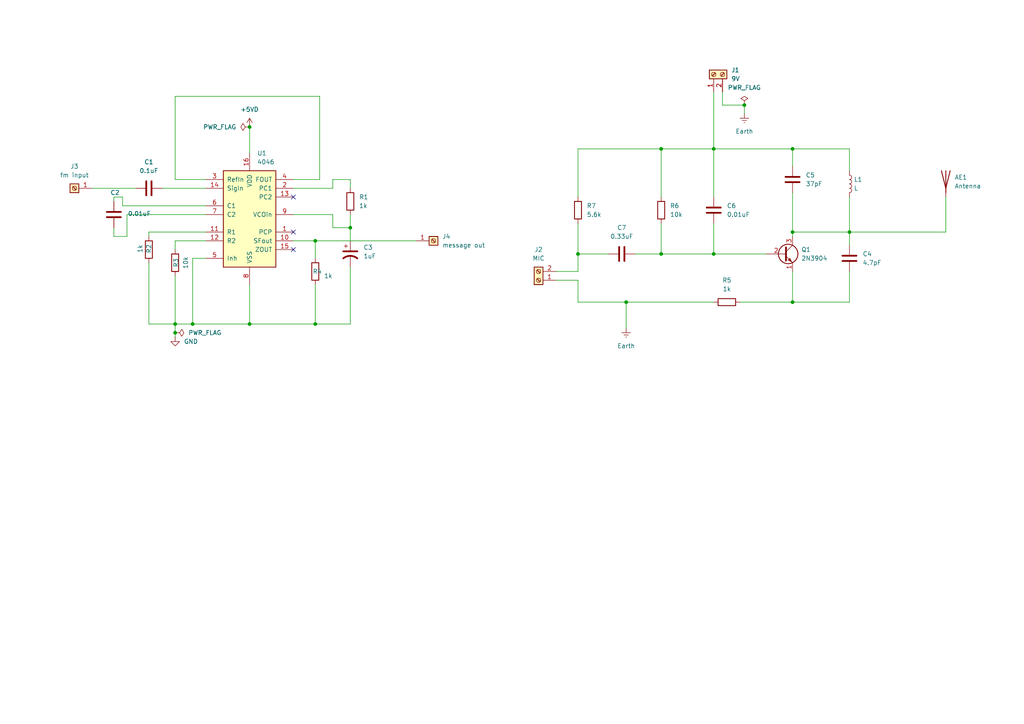
<source format=kicad_sch>
(kicad_sch (version 20231120) (generator "eeschema") (generator_version "8.0")
  (paper "A4")
  (lib_symbols
    (symbol "4xxx:4046" (pin_names (offset 1.016))
      (property "Reference" "U" (at -7.62 13.97 0))
      (property "Value" "4046" (at -7.62 -16.51 0))
      (symbol "4046_1_0"
        (pin output line (at 12.7 -5.08 180) (length 5.08) (name "PCP") (number "1"))
        (pin output line (at 12.7 -7.62 180) (length 5.08) (name "SFout") (number "10"))
        (pin input line (at -12.7 -5.08 0) (length 5.08) (name "R1") (number "11"))
        (pin input line (at -12.7 -7.62 0) (length 5.08) (name "R2") (number "12"))
        (pin tri_state line (at 12.7 5.08 180) (length 5.08) (name "PC2") (number "13"))
        (pin input line (at -12.7 7.62 0) (length 5.08) (name "SigIn") (number "14"))
        (pin output line (at 12.7 -10.16 180) (length 5.08) (name "ZOUT") (number "15"))
        (pin power_in line (at 0 17.78 270) (length 5.08) (name "VDD") (number "16"))
        (pin output line (at 12.7 7.62 180) (length 5.08) (name "PC1") (number "2"))
        (pin input line (at -12.7 10.16 0) (length 5.08) (name "RefIn") (number "3"))
        (pin output line (at 12.7 10.16 180) (length 5.08) (name "FOUT") (number "4"))
        (pin input line (at -12.7 -12.7 0) (length 5.08) (name "Inh") (number "5"))
        (pin input line (at -12.7 2.54 0) (length 5.08) (name "C1") (number "6"))
        (pin input line (at -12.7 0 0) (length 5.08) (name "C2") (number "7"))
        (pin power_in line (at 0 -20.32 90) (length 5.08) (name "VSS") (number "8"))
        (pin input line (at 12.7 0 180) (length 5.08) (name "VCOin") (number "9"))
      )
      (symbol "4046_1_1"
        (rectangle (start -7.62 12.7) (end 7.62 -15.24) (stroke (width 0.254)) (fill (type background)))
      )
    )
    (symbol "Connector:Screw_Terminal_01x01" (pin_names (offset 1.016) hide)
      (property "Reference" "J" (at 0 2.54 0))
      (property "Value" "Screw_Terminal_01x01" (at 0 -2.54 0))
      (symbol "Screw_Terminal_01x01_1_1"
        (rectangle (start -1.27 1.27) (end 1.27 -1.27) (stroke (width 0.254)) (fill (type background)))
        (polyline (pts (xy -0.5334 0.3302) (xy 0.3302 -0.508)) (stroke (width 0.1524)))
        (polyline (pts (xy -0.3556 0.508) (xy 0.508 -0.3302)) (stroke (width 0.1524)))
        (circle (center 0 0) (radius 0.635) (stroke (width 0.1524)))
        (pin passive line (at -5.08 0 0) (length 3.81) (name "Pin_1") (number "1"))
      )
    )
    (symbol "Connector:Screw_Terminal_01x02" (pin_names (offset 1.016) hide)
      (property "Reference" "J" (at 0 2.54 0))
      (property "Value" "Screw_Terminal_01x02" (at 0 -5.08 0))
      (symbol "Screw_Terminal_01x02_1_1"
        (rectangle (start -1.27 1.27) (end 1.27 -3.81) (stroke (width 0.254)) (fill (type background)))
        (circle (center 0 -2.54) (radius 0.635) (stroke (width 0.1524)))
        (polyline (pts (xy -0.5334 -2.2098) (xy 0.3302 -3.048)) (stroke (width 0.1524)))
        (polyline (pts (xy -0.5334 0.3302) (xy 0.3302 -0.508)) (stroke (width 0.1524)))
        (polyline (pts (xy -0.3556 -2.032) (xy 0.508 -2.8702)) (stroke (width 0.1524)))
        (polyline (pts (xy -0.3556 0.508) (xy 0.508 -0.3302)) (stroke (width 0.1524)))
        (circle (center 0 0) (radius 0.635) (stroke (width 0.1524)))
        (pin passive line (at -5.08 0 0) (length 3.81) (name "Pin_1") (number "1"))
        (pin passive line (at -5.08 -2.54 0) (length 3.81) (name "Pin_2") (number "2"))
      )
    )
    (symbol "Device:Antenna" (pin_numbers hide) (pin_names (offset 1.016) hide)
      (property "Reference" "AE" (at -1.905 1.905 0))
      (property "Value" "Antenna" (at -1.905 0 0))
      (symbol "Antenna_0_1"
        (polyline (pts (xy 0 2.54) (xy 0 -3.81)) (stroke (width 0.254)))
        (polyline (pts (xy 1.27 2.54) (xy 0 -2.54) (xy -1.27 2.54)) (stroke (width 0.254)))
      )
      (symbol "Antenna_1_1"
        (pin input line (at 0 -5.08 90) (length 2.54) (name "A") (number "1"))
      )
    )
    (symbol "Device:C" (pin_numbers hide) (pin_names (offset 0.254))
      (property "Reference" "C" (at 0.635 2.54 0))
      (property "Value" "C" (at 0.635 -2.54 0))
      (symbol "C_0_1"
        (polyline (pts (xy -2.032 -0.762) (xy 2.032 -0.762)) (stroke (width 0.508)))
        (polyline (pts (xy -2.032 0.762) (xy 2.032 0.762)) (stroke (width 0.508)))
      )
      (symbol "C_1_1"
        (pin passive line (at 0 3.81 270) (length 2.794) (name "~") (number "1"))
        (pin passive line (at 0 -3.81 90) (length 2.794) (name "~") (number "2"))
      )
    )
    (symbol "Device:C_Polarized_US" (pin_numbers hide) (pin_names (offset 0.254) hide)
      (property "Reference" "C" (at 0.635 2.54 0))
      (property "Value" "C_Polarized_US" (at 0.635 -2.54 0))
      (symbol "C_Polarized_US_0_1"
        (polyline (pts (xy -2.032 0.762) (xy 2.032 0.762)) (stroke (width 0.508)))
        (polyline (pts (xy -1.778 2.286) (xy -0.762 2.286)))
        (polyline (pts (xy -1.27 1.778) (xy -1.27 2.794)))
        (arc (start 2.032 -1.27) (mid 0 -0.5572) (end -2.032 -1.27) (stroke (width 0.508)))
      )
      (symbol "C_Polarized_US_1_1"
        (pin passive line (at 0 3.81 270) (length 2.794) (name "~") (number "1"))
        (pin passive line (at 0 -3.81 90) (length 3.302) (name "~") (number "2"))
      )
    )
    (symbol "Device:L" (pin_numbers hide) (pin_names (offset 1.016) hide)
      (property "Reference" "L" (at -1.27 0 90))
      (property "Value" "L" (at 1.905 0 90))
      (symbol "L_0_1"
        (arc (start 0 -2.54) (mid 0.6323 -1.905) (end 0 -1.27))
        (arc (start 0 -1.27) (mid 0.6323 -0.635) (end 0 0))
        (arc (start 0 0) (mid 0.6323 0.635) (end 0 1.27))
        (arc (start 0 1.27) (mid 0.6323 1.905) (end 0 2.54))
      )
      (symbol "L_1_1"
        (pin passive line (at 0 3.81 270) (length 1.27) (name "1") (number "1"))
        (pin passive line (at 0 -3.81 90) (length 1.27) (name "2") (number "2"))
      )
    )
    (symbol "Device:R" (pin_numbers hide) (pin_names (offset 0))
      (property "Reference" "R" (at 2.032 0 90))
      (property "Value" "R" (at 0 0 90))
      (symbol "R_0_1"
        (rectangle (start -1.016 -2.54) (end 1.016 2.54) (stroke (width 0.254)))
      )
      (symbol "R_1_1"
        (pin passive line (at 0 3.81 270) (length 1.27) (name "~") (number "1"))
        (pin passive line (at 0 -3.81 90) (length 1.27) (name "~") (number "2"))
      )
    )
    (symbol "Transistor_BJT:2N3904" (pin_names (offset 0) hide)
      (property "Reference" "Q" (at 5.08 1.905 0))
      (property "Value" "2N3904" (at 5.08 0 0))
      (symbol "2N3904_0_1"
        (polyline (pts (xy 0.635 0.635) (xy 2.54 2.54)))
        (polyline (pts (xy 0.635 -0.635) (xy 2.54 -2.54) (xy 2.54 -2.54)))
        (polyline (pts (xy 0.635 1.905) (xy 0.635 -1.905) (xy 0.635 -1.905)) (stroke (width 0.508)))
        (polyline (pts (xy 1.27 -1.778) (xy 1.778 -1.27) (xy 2.286 -2.286) (xy 1.27 -1.778) (xy 1.27 -1.778)) (fill (type outline)))
        (circle (center 1.27 0) (radius 2.8194) (stroke (width 0.254)))
      )
      (symbol "2N3904_1_1"
        (pin passive line (at 2.54 -5.08 90) (length 2.54) (name "E") (number "1"))
        (pin passive line (at -5.08 0 0) (length 5.715) (name "B") (number "2"))
        (pin passive line (at 2.54 5.08 270) (length 2.54) (name "C") (number "3"))
      )
    )
    (symbol "power:+5VD" (power) (pin_numbers hide) (pin_names (offset 0) hide)
      (property "Value" "+5VD" (at 0 3.556 0))
      (symbol "+5VD_0_1"
        (polyline (pts (xy -0.762 1.27) (xy 0 2.54)))
        (polyline (pts (xy 0 0) (xy 0 2.54)))
        (polyline (pts (xy 0 2.54) (xy 0.762 1.27)))
      )
      (symbol "+5VD_1_1"
        (pin power_in line (at 0 0 90) (length 0) (name "~") (number "1"))
      )
    )
    (symbol "power:Earth" (power) (pin_numbers hide) (pin_names (offset 0) hide)
      (property "Value" "Earth" (at 0 -3.81 0))
      (symbol "Earth_0_1"
        (polyline (pts (xy -0.635 -1.905) (xy 0.635 -1.905)))
        (polyline (pts (xy -0.127 -2.54) (xy 0.127 -2.54)))
        (polyline (pts (xy 0 -1.27) (xy 0 0)))
        (polyline (pts (xy 1.27 -1.27) (xy -1.27 -1.27)))
      )
      (symbol "Earth_1_1"
        (pin power_in line (at 0 0 270) (length 0) (name "~") (number "1"))
      )
    )
    (symbol "power:GND" (power) (pin_numbers hide) (pin_names (offset 0) hide)
      (property "Value" "GND" (at 0 -3.81 0))
      (symbol "GND_0_1"
        (polyline (pts (xy 0 0) (xy 0 -1.27) (xy 1.27 -1.27) (xy 0 -2.54) (xy -1.27 -1.27) (xy 0 -1.27)))
      )
      (symbol "GND_1_1"
        (pin power_in line (at 0 0 270) (length 0) (name "~") (number "1"))
      )
    )
    (symbol "power:PWR_FLAG" (power) (pin_numbers hide) (pin_names (offset 0) hide)
      (property "Value" "PWR_FLAG" (at 0 3.81 0))
      (symbol "PWR_FLAG_0_0"
        (pin power_out line (at 0 0 90) (length 0) (name "~") (number "1"))
      )
      (symbol "PWR_FLAG_0_1"
        (polyline (pts (xy 0 0) (xy 0 1.27) (xy -1.016 1.905) (xy 0 2.54) (xy 1.016 1.905) (xy 0 1.27)))
      )
    )
  )
  (junction (at 191.77 43.18))
  (junction (at 207.01 73.66))
  (junction (at 246.38 67.31))
  (junction (at 101.6 66.04))
  (junction (at 191.77 73.66))
  (junction (at 181.61 87.63))
  (junction (at 72.39 93.98))
  (junction (at 207.01 43.18))
  (junction (at 50.8 96.52))
  (junction (at 50.8 93.98))
  (junction (at 55.88 93.98))
  (junction (at 229.87 43.18))
  (junction (at 215.9 30.48))
  (junction (at 72.39 36.83))
  (junction (at 91.44 93.98))
  (junction (at 167.64 73.66))
  (junction (at 229.87 67.31))
  (junction (at 91.44 69.85))
  (junction (at 229.87 87.63))
  (no_connect (at 85.09 67.31))
  (no_connect (at 85.09 57.15))
  (no_connect (at 85.09 72.39))
  (wire (pts (xy 50.8 80.01) (xy 50.8 93.98)))
  (wire (pts (xy 101.6 77.47) (xy 101.6 93.98)))
  (wire (pts (xy 229.87 67.31) (xy 246.38 67.31)))
  (wire (pts (xy 43.18 76.2) (xy 43.18 93.98)))
  (wire (pts (xy 274.32 57.15) (xy 274.32 67.31)))
  (wire (pts (xy 33.02 68.58) (xy 33.02 66.04)))
  (wire (pts (xy 26.67 54.61) (xy 39.37 54.61)))
  (wire (pts (xy 229.87 87.63) (xy 246.38 87.63)))
  (wire (pts (xy 55.88 93.98) (xy 72.39 93.98)))
  (wire (pts (xy 181.61 87.63) (xy 207.01 87.63)))
  (wire (pts (xy 167.64 43.18) (xy 191.77 43.18)))
  (wire (pts (xy 215.9 30.48) (xy 215.9 33.02)))
  (wire (pts (xy 33.02 57.15) (xy 33.02 58.42)))
  (wire (pts (xy 209.55 26.67) (xy 209.55 30.48)))
  (wire (pts (xy 161.29 81.28) (xy 167.64 81.28)))
  (wire (pts (xy 101.6 52.07) (xy 101.6 54.61)))
  (wire (pts (xy 246.38 67.31) (xy 246.38 71.12)))
  (wire (pts (xy 36.83 62.23) (xy 36.83 68.58)))
  (wire (pts (xy 59.69 62.23) (xy 36.83 62.23)))
  (wire (pts (xy 246.38 78.74) (xy 246.38 87.63)))
  (wire (pts (xy 55.88 74.93) (xy 55.88 93.98)))
  (wire (pts (xy 91.44 69.85) (xy 91.44 74.93)))
  (wire (pts (xy 92.71 52.07) (xy 85.09 52.07)))
  (wire (pts (xy 101.6 66.04) (xy 101.6 69.85)))
  (wire (pts (xy 229.87 78.74) (xy 229.87 87.63)))
  (wire (pts (xy 96.52 52.07) (xy 101.6 52.07)))
  (wire (pts (xy 167.64 87.63) (xy 181.61 87.63)))
  (wire (pts (xy 50.8 96.52) (xy 50.8 97.79)))
  (wire (pts (xy 207.01 64.77) (xy 207.01 73.66)))
  (wire (pts (xy 167.64 73.66) (xy 176.53 73.66)))
  (wire (pts (xy 50.8 27.94) (xy 92.71 27.94)))
  (wire (pts (xy 191.77 73.66) (xy 184.15 73.66)))
  (wire (pts (xy 59.69 69.85) (xy 50.8 69.85)))
  (wire (pts (xy 167.64 64.77) (xy 167.64 73.66)))
  (wire (pts (xy 50.8 52.07) (xy 50.8 27.94)))
  (wire (pts (xy 167.64 81.28) (xy 167.64 87.63)))
  (wire (pts (xy 161.29 78.74) (xy 167.64 78.74)))
  (wire (pts (xy 43.18 93.98) (xy 50.8 93.98)))
  (wire (pts (xy 46.99 54.61) (xy 59.69 54.61)))
  (wire (pts (xy 246.38 49.53) (xy 246.38 43.18)))
  (wire (pts (xy 85.09 69.85) (xy 91.44 69.85)))
  (wire (pts (xy 191.77 64.77) (xy 191.77 73.66)))
  (wire (pts (xy 191.77 43.18) (xy 191.77 57.15)))
  (wire (pts (xy 229.87 43.18) (xy 229.87 48.26)))
  (wire (pts (xy 167.64 57.15) (xy 167.64 43.18)))
  (wire (pts (xy 222.25 73.66) (xy 207.01 73.66)))
  (wire (pts (xy 229.87 43.18) (xy 246.38 43.18)))
  (wire (pts (xy 59.69 52.07) (xy 50.8 52.07)))
  (wire (pts (xy 59.69 74.93) (xy 55.88 74.93)))
  (wire (pts (xy 214.63 87.63) (xy 229.87 87.63)))
  (wire (pts (xy 96.52 62.23) (xy 96.52 66.04)))
  (wire (pts (xy 85.09 54.61) (xy 96.52 54.61)))
  (wire (pts (xy 96.52 66.04) (xy 101.6 66.04)))
  (wire (pts (xy 36.83 68.58) (xy 33.02 68.58)))
  (wire (pts (xy 59.69 59.69) (xy 35.56 59.69)))
  (wire (pts (xy 91.44 69.85) (xy 120.65 69.85)))
  (wire (pts (xy 207.01 43.18) (xy 229.87 43.18)))
  (wire (pts (xy 72.39 36.83) (xy 72.39 44.45)))
  (wire (pts (xy 59.69 67.31) (xy 43.18 67.31)))
  (wire (pts (xy 50.8 93.98) (xy 55.88 93.98)))
  (wire (pts (xy 35.56 57.15) (xy 33.02 57.15)))
  (wire (pts (xy 43.18 67.31) (xy 43.18 68.58)))
  (wire (pts (xy 96.52 54.61) (xy 96.52 52.07)))
  (wire (pts (xy 246.38 57.15) (xy 246.38 67.31)))
  (wire (pts (xy 72.39 93.98) (xy 91.44 93.98)))
  (wire (pts (xy 50.8 93.98) (xy 50.8 96.52)))
  (wire (pts (xy 229.87 67.31) (xy 229.87 68.58)))
  (wire (pts (xy 72.39 93.98) (xy 72.39 82.55)))
  (wire (pts (xy 92.71 27.94) (xy 92.71 52.07)))
  (wire (pts (xy 209.55 30.48) (xy 215.9 30.48)))
  (wire (pts (xy 207.01 43.18) (xy 207.01 57.15)))
  (wire (pts (xy 167.64 78.74) (xy 167.64 73.66)))
  (wire (pts (xy 207.01 26.67) (xy 207.01 43.18)))
  (wire (pts (xy 101.6 93.98) (xy 91.44 93.98)))
  (wire (pts (xy 229.87 55.88) (xy 229.87 67.31)))
  (wire (pts (xy 181.61 87.63) (xy 181.61 95.25)))
  (wire (pts (xy 91.44 82.55) (xy 91.44 93.98)))
  (wire (pts (xy 35.56 59.69) (xy 35.56 57.15)))
  (wire (pts (xy 85.09 62.23) (xy 96.52 62.23)))
  (wire (pts (xy 274.32 67.31) (xy 246.38 67.31)))
  (wire (pts (xy 207.01 73.66) (xy 191.77 73.66)))
  (wire (pts (xy 101.6 66.04) (xy 101.6 62.23)))
  (wire (pts (xy 191.77 43.18) (xy 207.01 43.18)))
  (wire (pts (xy 50.8 69.85) (xy 50.8 72.39)))
  (symbol (lib_id "Device:C") (at 246.38 74.93 0) (unit 1)
    (property "Reference" "C4" (at 250.19 73.6599 0) (effects (justify left)))
    (property "Value" "4.7pF" (at 250.19 76.1999 0) (effects (justify left)))
    (property "Footprint" "Capacitor_SMD:C_0201_0603Metric" (effects (hide yes)))
    (property "Description" "Unpolarized capacitor" (effects (hide yes)))
  )
  (symbol (lib_id "Device:C") (at 180.34 73.66 90) (unit 1)
    (property "Reference" "C7" (at 180.34 66.04 90))
    (property "Value" "0.33uF" (at 180.34 68.58 90))
    (property "Footprint" "Capacitor_SMD:C_0201_0603Metric" (effects (hide yes)))
    (property "Description" "Unpolarized capacitor" (effects (hide yes)))
  )
  (symbol (lib_id "power:GND") (at 50.8 97.79 0) (unit 1)
    (property "Reference" "#PWR01" (effects (hide yes)))
    (property "Value" "GND" (at 53.34 99.0599 0) (effects (justify left)))
    (property "Description" "Power symbol creates a global label with name \"GND\" , ground" (effects (hide yes)))
  )
  (symbol (lib_id "power:Earth") (at 181.61 95.25 0) (unit 1)
    (property "Reference" "#PWR04" (effects (hide yes)))
    (property "Value" "Earth" (at 181.61 100.33 0))
    (property "Description" "Power symbol creates a global label with name \"Earth\"" (effects (hide yes)))
  )
  (symbol (lib_id "Device:R") (at 43.18 72.39 180) (unit 1)
    (property "Reference" "R2" (at 43.18 72.136 90))
    (property "Value" "1k" (at 40.64 72.136 90))
    (property "Footprint" "Resistor_SMD:R_0201_0603Metric" (effects (hide yes)))
    (property "Description" "Resistor" (effects (hide yes)))
  )
  (symbol (lib_id "Device:C") (at 207.01 60.96 0) (unit 1)
    (property "Reference" "C6" (at 210.82 59.6899 0) (effects (justify left)))
    (property "Value" "0.01uF" (at 210.82 62.2299 0) (effects (justify left)))
    (property "Footprint" "Capacitor_SMD:C_0201_0603Metric" (effects (hide yes)))
    (property "Description" "Unpolarized capacitor" (effects (hide yes)))
  )
  (symbol (lib_id "power:PWR_FLAG") (at 50.8 96.52 270) (unit 1)
    (property "Reference" "#FLG01" (effects (hide yes)))
    (property "Value" "PWR_FLAG" (at 54.61 96.5199 90) (effects (justify left)))
    (property "Description" "Special symbol for telling ERC where power comes from" (effects (hide yes)))
  )
  (symbol (lib_id "power:Earth") (at 215.9 33.02 0) (unit 1)
    (property "Reference" "#PWR03" (effects (hide yes)))
    (property "Value" "Earth" (at 215.9 38.1 0))
    (property "Description" "Power symbol creates a global label with name \"Earth\"" (effects (hide yes)))
  )
  (symbol (lib_id "Device:Antenna") (at 274.32 52.07 0) (unit 1)
    (property "Reference" "AE1" (at 276.86 51.4349 0) (effects (justify left)))
    (property "Value" "Antenna" (at 276.86 53.9749 0) (effects (justify left)))
    (property "Footprint" "RF_Antenna:Texas_SWRA117D_2.4GHz_Left" (effects (hide yes)))
    (property "Description" "Antenna" (effects (hide yes)))
  )
  (symbol (lib_id "Connector:Screw_Terminal_01x02") (at 207.01 21.59 90) (unit 1)
    (property "Reference" "J1" (at 212.09 20.3199 90) (effects (justify right)))
    (property "Value" "9V" (at 212.09 22.8599 90) (effects (justify right)))
    (property "Footprint" "TerminalBlock_MetzConnect:TerminalBlock_MetzConnect_Type055_RT01502HDWU_1x02_P5.00mm_Horizontal" (effects (hide yes)))
    (property "Description" "Generic screw terminal, single row, 01x02, script generated (kicad-library-utils/schlib/autogen/connector/)" (effects (hide yes)))
  )
  (symbol (lib_id "Connector:Screw_Terminal_01x01") (at 21.59 54.61 180) (unit 1)
    (property "Reference" "J3" (at 21.59 48.26 0))
    (property "Value" "fm input" (at 21.59 50.8 0))
    (property "Footprint" "TerminalBlock_MetzConnect:TerminalBlock_MetzConnect_360272_1x01_Horizontal_ScrewM2.6" (effects (hide yes)))
    (property "Description" "Generic screw terminal, single row, 01x01, script generated (kicad-library-utils/schlib/autogen/connector/)" (effects (hide yes)))
  )
  (symbol (lib_id "Device:R") (at 167.64 60.96 0) (unit 1)
    (property "Reference" "R7" (at 170.18 59.6899 0) (effects (justify left)))
    (property "Value" "5.6k" (at 170.18 62.2299 0) (effects (justify left)))
    (property "Footprint" "Resistor_SMD:R_0201_0603Metric" (effects (hide yes)))
    (property "Description" "Resistor" (effects (hide yes)))
  )
  (symbol (lib_id "Connector:Screw_Terminal_01x01") (at 125.73 69.85 0) (unit 1)
    (property "Reference" "J4" (at 128.27 68.5799 0) (effects (justify left)))
    (property "Value" "message out" (at 128.27 71.1199 0) (effects (justify left)))
    (property "Footprint" "TerminalBlock_MetzConnect:TerminalBlock_MetzConnect_360272_1x01_Horizontal_ScrewM2.6" (effects (hide yes)))
    (property "Description" "Generic screw terminal, single row, 01x01, script generated (kicad-library-utils/schlib/autogen/connector/)" (effects (hide yes)))
  )
  (symbol (lib_id "power:+5VD") (at 72.39 36.83 0) (unit 1)
    (property "Reference" "#PWR05" (effects (hide yes)))
    (property "Value" "+5VD" (at 72.39 31.75 0))
    (property "Description" "Power symbol creates a global label with name \"+5VD\"" (effects (hide yes)))
  )
  (symbol (lib_id "Device:L") (at 246.38 53.34 0) (unit 1)
    (property "Reference" "L1" (at 247.65 52.0699 0) (effects (justify left)))
    (property "Value" "L" (at 247.65 54.6099 0) (effects (justify left)))
    (property "Footprint" "Inductor_SMD:L_0201_0603Metric" (effects (hide yes)))
    (property "Description" "Inductor" (effects (hide yes)))
  )
  (symbol (lib_id "Device:C") (at 43.18 54.61 90) (unit 1)
    (property "Reference" "C1" (at 43.18 46.99 90))
    (property "Value" "0.1uF" (at 43.18 49.53 90))
    (property "Footprint" "Capacitor_SMD:C_0201_0603Metric" (effects (hide yes)))
    (property "Description" "Unpolarized capacitor" (effects (hide yes)))
  )
  (symbol (lib_id "Connector:Screw_Terminal_01x02") (at 156.21 81.28 180) (unit 1)
    (property "Reference" "J2" (at 156.21 72.39 0))
    (property "Value" "MIC" (at 156.21 74.93 0))
    (property "Footprint" "TerminalBlock_MetzConnect:TerminalBlock_MetzConnect_Type055_RT01502HDWU_1x02_P5.00mm_Horizontal" (effects (hide yes)))
    (property "Description" "Generic screw terminal, single row, 01x02, script generated (kicad-library-utils/schlib/autogen/connector/)" (effects (hide yes)))
  )
  (symbol (lib_id "Device:R") (at 210.82 87.63 90) (unit 1)
    (property "Reference" "R5" (at 210.82 81.28 90))
    (property "Value" "1k" (at 210.82 83.82 90))
    (property "Footprint" "Resistor_SMD:R_0201_0603Metric" (effects (hide yes)))
    (property "Description" "Resistor" (effects (hide yes)))
  )
  (symbol (lib_id "Device:R") (at 91.44 78.74 0) (unit 1)
    (property "Reference" "R4" (at 90.678 78.74 0) (effects (justify left)))
    (property "Value" "1k" (at 93.98 80.0099 0) (effects (justify left)))
    (property "Footprint" "Resistor_SMD:R_0201_0603Metric" (effects (hide yes)))
    (property "Description" "Resistor" (effects (hide yes)))
  )
  (symbol (lib_id "Device:C") (at 229.87 52.07 0) (unit 1)
    (property "Reference" "C5" (at 233.68 50.7999 0) (effects (justify left)))
    (property "Value" "37pF" (at 233.68 53.3399 0) (effects (justify left)))
    (property "Footprint" "Capacitor_SMD:C_0201_0603Metric" (effects (hide yes)))
    (property "Description" "Unpolarized capacitor" (effects (hide yes)))
  )
  (symbol (lib_id "Transistor_BJT:2N3904") (at 227.33 73.66 0) (unit 1)
    (property "Reference" "Q1" (at 232.41 72.3899 0) (effects (justify left)))
    (property "Value" "2N3904" (at 232.41 74.9299 0) (effects (justify left)))
    (property "Footprint" "Package_TO_SOT_THT:TO-92_Inline" (effects (hide yes)))
    (property "Datasheet" "https://www.onsemi.com/pub/Collateral/2N3903-D.PDF" (effects (hide yes)))
    (property "Description" "0.2A Ic, 40V Vce, Small Signal NPN Transistor, TO-92" (effects (hide yes)))
  )
  (symbol (lib_id "Device:R") (at 191.77 60.96 0) (unit 1)
    (property "Reference" "R6" (at 194.31 59.6899 0) (effects (justify left)))
    (property "Value" "10k" (at 194.31 62.2299 0) (effects (justify left)))
    (property "Footprint" "Resistor_SMD:R_0201_0603Metric" (effects (hide yes)))
    (property "Description" "Resistor" (effects (hide yes)))
  )
  (symbol (lib_id "power:PWR_FLAG") (at 215.9 30.48 0) (unit 1)
    (property "Reference" "#FLG02" (effects (hide yes)))
    (property "Value" "PWR_FLAG" (at 215.9 25.4 0))
    (property "Description" "Special symbol for telling ERC where power comes from" (effects (hide yes)))
  )
  (symbol (lib_id "power:PWR_FLAG") (at 72.39 36.83 90) (unit 1)
    (property "Reference" "#FLG03" (effects (hide yes)))
    (property "Value" "PWR_FLAG" (at 68.58 36.8299 90) (effects (justify left)))
    (property "Description" "Special symbol for telling ERC where power comes from" (effects (hide yes)))
  )
  (symbol (lib_id "4xxx:4046") (at 72.39 62.23 0) (unit 1)
    (property "Reference" "U1" (at 74.5841 44.45 0) (effects (justify left)))
    (property "Value" "4046" (at 74.5841 46.99 0) (effects (justify left)))
    (property "Footprint" "Package_DIP:DIP-16_W7.62mm" (effects (hide yes)))
    (property "Datasheet" "https://assets.nexperia.com/documents/data-sheet/HEF4046B.pdf" (effects (hide yes)))
    (property "Description" "Phase Comp & VCO" (effects (hide yes)))
  )
  (symbol (lib_id "Device:C") (at 33.02 62.23 0) (unit 1)
    (property "Reference" "C2" (at 32.004 55.88 0) (effects (justify left)))
    (property "Value" "0.01uF" (at 37.084 61.976 0) (effects (justify left)))
    (property "Footprint" "Capacitor_SMD:C_0201_0603Metric" (effects (hide yes)))
    (property "Description" "Unpolarized capacitor" (effects (hide yes)))
  )
  (symbol (lib_id "Device:R") (at 50.8 76.2 180) (unit 1)
    (property "Reference" "R3" (at 51.054 76.2 90))
    (property "Value" "10k" (at 53.848 76.2 90))
    (property "Footprint" "Resistor_SMD:R_0201_0603Metric" (effects (hide yes)))
    (property "Description" "Resistor" (effects (hide yes)))
  )
  (symbol (lib_id "Device:R") (at 101.6 58.42 0) (unit 1)
    (property "Reference" "R1" (at 104.14 57.1499 0) (effects (justify left)))
    (property "Value" "1k" (at 104.14 59.6899 0) (effects (justify left)))
    (property "Footprint" "Resistor_SMD:R_0201_0603Metric" (effects (hide yes)))
    (property "Description" "Resistor" (effects (hide yes)))
  )
  (symbol (lib_id "Device:C_Polarized_US") (at 101.6 73.66 0) (unit 1)
    (property "Reference" "C3" (at 105.41 71.7549 0) (effects (justify left)))
    (property "Value" "1uF" (at 105.41 74.2949 0) (effects (justify left)))
    (property "Footprint" "Capacitor_SMD:CP_Elec_3x5.3" (effects (hide yes)))
    (property "Description" "Polarized capacitor, US symbol" (effects (hide yes)))
  )
)
</source>
